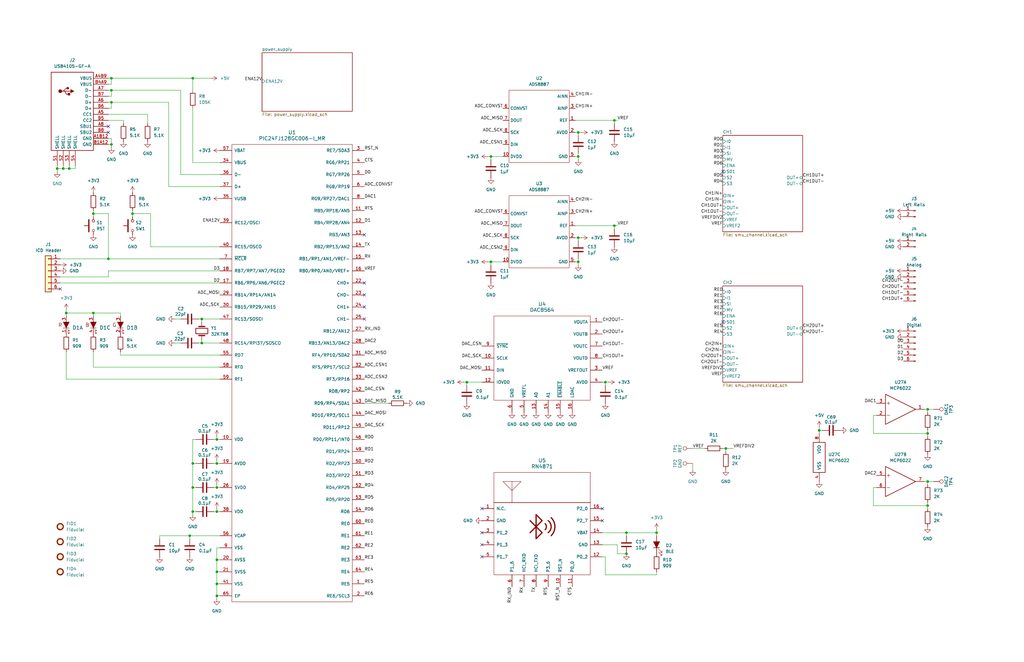
<source format=kicad_sch>
(kicad_sch (version 20231120) (generator "eeschema") (generator_version "8.0")
  (paper "USLedger")
  (title_block (title "SMU 2.0") (date "2025-05-29") (company "Olin College of Engineering"))
  (junction (at 391.16 213.36))
  (junction (at 46.99 60.96))
  (junction (at 259.08 95.25))
  (junction (at 345.44 181.61))
  (junction (at 264.16 233.68))
  (junction (at 91.44 185.42))
  (junction (at 91.44 246.38))
  (junction (at 91.44 236.22))
  (junction (at 276.86 224.79))
  (junction (at 259.08 50.8))
  (junction (at 91.44 215.9))
  (junction (at 24.13 71.12))
  (junction (at 46.99 43.18))
  (junction (at 45.72 109.22))
  (junction (at 81.28 195.58))
  (junction (at 39.37 90.17))
  (junction (at 91.44 205.74))
  (junction (at 91.44 195.58))
  (junction (at 81.28 33.02))
  (junction (at 81.28 205.74))
  (junction (at 91.44 251.46))
  (junction (at 391.16 182.88))
  (junction (at 243.84 66.04))
  (junction (at 391.16 203.2))
  (junction (at 255.27 161.29))
  (junction (at 91.44 241.3))
  (junction (at 46.99 38.1))
  (junction (at 39.37 132.08))
  (junction (at 27.94 132.08))
  (junction (at 207.01 110.49))
  (junction (at 26.67 71.12))
  (junction (at 391.16 172.72))
  (junction (at 85.09 144.78))
  (junction (at 81.28 215.9))
  (junction (at 55.88 90.17))
  (junction (at 196.85 161.29))
  (junction (at 243.84 100.33))
  (junction (at 243.84 55.88))
  (junction (at 46.99 33.02))
  (junction (at 207.01 66.04))
  (junction (at 264.16 224.79))
  (junction (at 85.09 134.62))
  (junction (at 29.21 71.12))
  (junction (at 306.07 189.23))
  (junction (at 243.84 110.49))
  (junction (at 80.01 226.06))
  (no_connect (at 45.72 53.34))
  (no_connect (at 304.8 72.39))
  (no_connect (at 203.2 224.79))
  (no_connect (at 153.67 119.38))
  (no_connect (at 153.67 99.06))
  (no_connect (at 153.67 134.62))
  (no_connect (at 254 214.63))
  (no_connect (at 25.4 121.92))
  (no_connect (at 153.67 129.54))
  (no_connect (at 203.2 214.63))
  (no_connect (at 153.67 124.46))
  (no_connect (at 304.8 135.89))
  (no_connect (at 203.2 229.87))
  (no_connect (at 254 219.71))
  (no_connect (at 203.2 234.95))
  (no_connect (at 45.72 55.88))
  (wire (pts (xy 45.72 50.8) (xy 52.07 50.8)))
  (wire (pts (xy 91.44 236.22) (xy 92.71 236.22)))
  (wire (pts (xy 91.44 214.63) (xy 91.44 215.9)))
  (wire (pts (xy 369.57 175.26) (xy 368.3 175.26)))
  (wire (pts (xy 91.44 241.3) (xy 91.44 246.38)))
  (wire (pts (xy 67.31 227.33) (xy 67.31 226.06)))
  (wire (pts (xy 391.16 213.36) (xy 391.16 214.63)))
  (wire (pts (xy 243.84 100.33) (xy 243.84 101.6)))
  (wire (pts (xy 46.99 33.02) (xy 45.72 33.02)))
  (wire (pts (xy 255.27 161.29) (xy 256.54 161.29)))
  (wire (pts (xy 91.44 236.22) (xy 91.44 241.3)))
  (wire (pts (xy 91.44 194.31) (xy 91.44 195.58)))
  (wire (pts (xy 46.99 40.64) (xy 46.99 38.1)))
  (wire (pts (xy 27.94 148.59) (xy 27.94 160.02)))
  (wire (pts (xy 27.94 160.02) (xy 92.71 160.02)))
  (wire (pts (xy 46.99 60.96) (xy 46.99 62.23)))
  (wire (pts (xy 83.82 144.78) (xy 85.09 144.78)))
  (wire (pts (xy 276.86 224.79) (xy 276.86 226.06)))
  (wire (pts (xy 76.2 73.66) (xy 92.71 73.66)))
  (wire (pts (xy 255.27 234.95) (xy 255.27 242.57)))
  (wire (pts (xy 39.37 132.08) (xy 39.37 133.35)))
  (wire (pts (xy 81.28 185.42) (xy 81.28 195.58)))
  (wire (pts (xy 45.72 116.84) (xy 25.4 116.84)))
  (wire (pts (xy 46.99 58.42) (xy 46.99 60.96)))
  (wire (pts (xy 45.72 38.1) (xy 46.99 38.1)))
  (wire (pts (xy 242.57 66.04) (xy 243.84 66.04)))
  (wire (pts (xy 205.74 66.04) (xy 207.01 66.04)))
  (wire (pts (xy 46.99 35.56) (xy 46.99 33.02)))
  (wire (pts (xy 63.5 90.17) (xy 63.5 104.14)))
  (wire (pts (xy 91.44 184.15) (xy 91.44 185.42)))
  (wire (pts (xy 45.72 35.56) (xy 46.99 35.56)))
  (wire (pts (xy 81.28 33.02) (xy 81.28 38.1)))
  (wire (pts (xy 391.16 182.88) (xy 391.16 184.15)))
  (wire (pts (xy 91.44 215.9) (xy 92.71 215.9)))
  (wire (pts (xy 304.8 189.23) (xy 306.07 189.23)))
  (wire (pts (xy 243.84 55.88) (xy 245.11 55.88)))
  (wire (pts (xy 91.44 246.38) (xy 92.71 246.38)))
  (wire (pts (xy 242.57 100.33) (xy 243.84 100.33)))
  (wire (pts (xy 26.67 71.12) (xy 24.13 71.12)))
  (wire (pts (xy 260.35 233.68) (xy 260.35 229.87)))
  (wire (pts (xy 242.57 95.25) (xy 259.08 95.25)))
  (wire (pts (xy 243.84 66.04) (xy 243.84 67.31)))
  (wire (pts (xy 276.86 223.52) (xy 276.86 224.79)))
  (wire (pts (xy 254 161.29) (xy 255.27 161.29)))
  (wire (pts (xy 31.75 69.85) (xy 31.75 71.12)))
  (wire (pts (xy 81.28 205.74) (xy 82.55 205.74)))
  (wire (pts (xy 91.44 251.46) (xy 91.44 252.73)))
  (wire (pts (xy 55.88 90.17) (xy 63.5 90.17)))
  (wire (pts (xy 242.57 110.49) (xy 243.84 110.49)))
  (wire (pts (xy 264.16 224.79) (xy 276.86 224.79)))
  (wire (pts (xy 62.23 48.26) (xy 62.23 52.07)))
  (wire (pts (xy 259.08 50.8) (xy 260.35 50.8)))
  (wire (pts (xy 207.01 110.49) (xy 207.01 111.76)))
  (wire (pts (xy 25.4 119.38) (xy 92.71 119.38)))
  (wire (pts (xy 92.71 114.3) (xy 45.72 114.3)))
  (wire (pts (xy 31.75 71.12) (xy 29.21 71.12)))
  (wire (pts (xy 243.84 55.88) (xy 243.84 57.15)))
  (wire (pts (xy 46.99 45.72) (xy 46.99 43.18)))
  (wire (pts (xy 63.5 104.14) (xy 92.71 104.14)))
  (wire (pts (xy 71.12 78.74) (xy 92.71 78.74)))
  (wire (pts (xy 91.44 195.58) (xy 92.71 195.58)))
  (wire (pts (xy 50.8 133.35) (xy 50.8 132.08)))
  (wire (pts (xy 292.1 189.23) (xy 297.18 189.23)))
  (wire (pts (xy 205.74 110.49) (xy 207.01 110.49)))
  (wire (pts (xy 243.84 64.77) (xy 243.84 66.04)))
  (wire (pts (xy 264.16 224.79) (xy 264.16 226.06)))
  (wire (pts (xy 264.16 233.68) (xy 260.35 233.68)))
  (wire (pts (xy 39.37 132.08) (xy 27.94 132.08)))
  (wire (pts (xy 39.37 90.17) (xy 39.37 91.44)))
  (wire (pts (xy 243.84 100.33) (xy 245.11 100.33)))
  (wire (pts (xy 242.57 55.88) (xy 243.84 55.88)))
  (wire (pts (xy 254 234.95) (xy 255.27 234.95)))
  (wire (pts (xy 345.44 180.34) (xy 345.44 181.61)))
  (wire (pts (xy 391.16 172.72) (xy 391.16 173.99)))
  (wire (pts (xy 45.72 109.22) (xy 92.71 109.22)))
  (wire (pts (xy 391.16 203.2) (xy 391.16 204.47)))
  (wire (pts (xy 71.12 43.18) (xy 71.12 78.74)))
  (wire (pts (xy 25.4 109.22) (xy 45.72 109.22)))
  (wire (pts (xy 345.44 182.88) (xy 345.44 181.61)))
  (wire (pts (xy 207.01 66.04) (xy 212.09 66.04)))
  (wire (pts (xy 368.3 205.74) (xy 369.57 205.74)))
  (wire (pts (xy 195.58 161.29) (xy 196.85 161.29)))
  (wire (pts (xy 345.44 181.61) (xy 346.71 181.61)))
  (wire (pts (xy 368.3 213.36) (xy 391.16 213.36)))
  (wire (pts (xy 91.44 185.42) (xy 92.71 185.42)))
  (wire (pts (xy 81.28 215.9) (xy 81.28 217.17)))
  (wire (pts (xy 207.01 110.49) (xy 212.09 110.49)))
  (wire (pts (xy 255.27 161.29) (xy 255.27 162.56)))
  (wire (pts (xy 27.94 132.08) (xy 27.94 133.35)))
  (wire (pts (xy 81.28 205.74) (xy 81.28 215.9)))
  (wire (pts (xy 82.55 185.42) (xy 81.28 185.42)))
  (wire (pts (xy 45.72 48.26) (xy 62.23 48.26)))
  (wire (pts (xy 81.28 195.58) (xy 82.55 195.58)))
  (wire (pts (xy 45.72 40.64) (xy 46.99 40.64)))
  (wire (pts (xy 91.44 205.74) (xy 92.71 205.74)))
  (wire (pts (xy 389.89 203.2) (xy 391.16 203.2)))
  (wire (pts (xy 24.13 69.85) (xy 24.13 71.12)))
  (wire (pts (xy 46.99 38.1) (xy 76.2 38.1)))
  (wire (pts (xy 39.37 148.59) (xy 39.37 154.94)))
  (wire (pts (xy 80.01 226.06) (xy 92.71 226.06)))
  (wire (pts (xy 259.08 95.25) (xy 260.35 95.25)))
  (wire (pts (xy 196.85 161.29) (xy 196.85 162.56)))
  (wire (pts (xy 90.17 185.42) (xy 91.44 185.42)))
  (wire (pts (xy 243.84 110.49) (xy 243.84 111.76)))
  (wire (pts (xy 207.01 66.04) (xy 207.01 67.31)))
  (wire (pts (xy 368.3 175.26) (xy 368.3 182.88)))
  (wire (pts (xy 391.16 212.09) (xy 391.16 213.36)))
  (wire (pts (xy 90.17 195.58) (xy 91.44 195.58)))
  (wire (pts (xy 29.21 69.85) (xy 29.21 71.12)))
  (wire (pts (xy 203.2 161.29) (xy 196.85 161.29)))
  (wire (pts (xy 76.2 38.1) (xy 76.2 73.66)))
  (wire (pts (xy 85.09 134.62) (xy 92.71 134.62)))
  (wire (pts (xy 85.09 143.51) (xy 85.09 144.78)))
  (wire (pts (xy 91.44 231.14) (xy 91.44 236.22)))
  (wire (pts (xy 45.72 90.17) (xy 45.72 109.22)))
  (wire (pts (xy 259.08 50.8) (xy 259.08 52.07)))
  (wire (pts (xy 254 224.79) (xy 264.16 224.79)))
  (wire (pts (xy 292.1 195.58) (xy 292.1 198.12)))
  (wire (pts (xy 81.28 215.9) (xy 82.55 215.9)))
  (wire (pts (xy 368.3 182.88) (xy 391.16 182.88)))
  (wire (pts (xy 92.71 231.14) (xy 91.44 231.14)))
  (wire (pts (xy 39.37 90.17) (xy 45.72 90.17)))
  (wire (pts (xy 26.67 69.85) (xy 26.67 71.12)))
  (wire (pts (xy 153.67 170.18) (xy 163.83 170.18)))
  (wire (pts (xy 242.57 50.8) (xy 259.08 50.8)))
  (wire (pts (xy 45.72 60.96) (xy 46.99 60.96)))
  (wire (pts (xy 67.31 226.06) (xy 80.01 226.06)))
  (wire (pts (xy 81.28 195.58) (xy 81.28 205.74)))
  (wire (pts (xy 255.27 242.57) (xy 276.86 242.57)))
  (wire (pts (xy 80.01 226.06) (xy 80.01 227.33)))
  (wire (pts (xy 73.66 144.78) (xy 76.2 144.78)))
  (wire (pts (xy 73.66 134.62) (xy 76.2 134.62)))
  (wire (pts (xy 90.17 215.9) (xy 91.44 215.9)))
  (wire (pts (xy 306.07 189.23) (xy 309.245 189.23)))
  (wire (pts (xy 91.44 241.3) (xy 92.71 241.3)))
  (wire (pts (xy 276.86 241.3) (xy 276.86 242.57)))
  (wire (pts (xy 391.16 172.72) (xy 393.7 172.72)))
  (wire (pts (xy 39.37 88.9) (xy 39.37 90.17)))
  (wire (pts (xy 91.44 246.38) (xy 91.44 251.46)))
  (wire (pts (xy 50.8 132.08) (xy 39.37 132.08)))
  (wire (pts (xy 45.72 114.3) (xy 45.72 116.84)))
  (wire (pts (xy 46.99 43.18) (xy 71.12 43.18)))
  (wire (pts (xy 39.37 154.94) (xy 92.71 154.94)))
  (wire (pts (xy 45.72 45.72) (xy 46.99 45.72)))
  (wire (pts (xy 29.21 71.12) (xy 26.67 71.12)))
  (wire (pts (xy 52.07 50.8) (xy 52.07 52.07)))
  (wire (pts (xy 46.99 33.02) (xy 81.28 33.02)))
  (wire (pts (xy 24.13 71.12) (xy 24.13 72.39)))
  (wire (pts (xy 391.16 182.88) (xy 391.16 181.61)))
  (wire (pts (xy 50.8 148.59) (xy 50.8 149.86)))
  (wire (pts (xy 81.28 33.02) (xy 88.9 33.02)))
  (wire (pts (xy 243.84 109.22) (xy 243.84 110.49)))
  (wire (pts (xy 50.8 149.86) (xy 92.71 149.86)))
  (wire (pts (xy 81.28 45.72) (xy 81.28 68.58)))
  (wire (pts (xy 85.09 144.78) (xy 92.71 144.78)))
  (wire (pts (xy 91.44 204.47) (xy 91.44 205.74)))
  (wire (pts (xy 306.07 189.23) (xy 306.07 190.5)))
  (wire (pts (xy 92.71 68.58) (xy 81.28 68.58)))
  (wire (pts (xy 91.44 251.46) (xy 92.71 251.46)))
  (wire (pts (xy 391.16 203.2) (xy 393.7 203.2)))
  (wire (pts (xy 85.09 134.62) (xy 85.09 135.89)))
  (wire (pts (xy 27.94 130.81) (xy 27.94 132.08)))
  (wire (pts (xy 90.17 205.74) (xy 91.44 205.74)))
  (wire (pts (xy 259.08 95.25) (xy 259.08 96.52)))
  (wire (pts (xy 260.35 229.87) (xy 254 229.87)))
  (wire (pts (xy 45.72 58.42) (xy 46.99 58.42)))
  (wire (pts (xy 46.99 43.18) (xy 45.72 43.18)))
  (wire (pts (xy 368.3 205.74) (xy 368.3 213.36)))
  (wire (pts (xy 83.82 134.62) (xy 85.09 134.62)))
  (wire (pts (xy 389.89 172.72) (xy 391.16 172.72)))
  (wire (pts (xy 55.88 88.9) (xy 55.88 90.17)))
  (wire (pts (xy 55.88 90.17) (xy 55.88 91.44)))
  (label "CH1DUT+" (at 338.455 74.93 0))
  (label "RD2" (at 304.8 67.31 180))
  (label "RD5" (at 153.67 210.82 0))
  (label "VREF" (at 304.8 95.25 180))
  (label "ADC_CSN2" (at 212.09 105.41 180))
  (label "CH1IN+" (at 304.8 82.55 180))
  (label "D2" (at 92.71 119.38 180))
  (label "CH2IN-" (at 242.57 85.09 0))
  (label "DAC2" (at 153.67 144.78 0))
  (label "ADC_SCK" (at 212.09 55.88 180))
  (label "RE1" (at 304.8 125.73 180))
  (label "RD3" (at 304.8 64.77 180))
  (label "DAC_CSN" (at 203.2 146.05 180))
  (label "RE4" (at 304.8 140.97 180))
  (label "ADC_CONVST" (at 153.67 78.74 0))
  (label "CH1OUT-" (at 304.8 90.17 180))
  (label "CH1DUT+" (at 381 127 180))
  (label "CH2DUT+" (at 381 121.92 180))
  (label "ADC_CSN1" (at 212.09 60.96 180))
  (label "DAC_MOSI" (at 153.67 175.26 0))
  (label "CH2DUT+" (at 338.455 138.43 0))
  (label "DAC_SCK" (at 153.67 180.34 0))
  (label "CH2DUT-" (at 338.455 140.97 0))
  (label "RE2" (at 304.8 130.81 180))
  (label "ADC_CSN2" (at 153.67 160.02 0))
  (label "CH1IN+" (at 242.57 45.72 0))
  (label "RD5" (at 304.8 74.93 180))
  (label "VREF" (at 260.35 95.25 0))
  (label "ADC_MOSI" (at 92.71 124.46 180))
  (label "RD3" (at 153.67 200.66 0))
  (label "ADC_SCK" (at 92.71 129.54 180))
  (label "VREF" (at 254 156.21 0))
  (label "D3" (at 381 152.4 180))
  (label "DAC2" (at 369.57 200.66 180))
  (label "ADC_MISO" (at 153.67 149.86 0))
  (label "VREF" (at 292.1 189.23 0))
  (label "RST_N" (at 153.67 63.5 0))
  (label "CH2IN-" (at 304.8 148.59 180))
  (label "DAC_SCK" (at 203.2 151.13 180))
  (label "CH1IN-" (at 304.8 85.09 180))
  (label "RX" (at 220.98 247.65 270))
  (label "CH1DUT-" (at 381 124.46 180))
  (label "ADC_SCK" (at 212.09 100.33 180))
  (label "CH1OUT-" (at 254 146.05 0))
  (label "RX" (at 153.67 109.22 0))
  (label "RD6" (at 304.8 69.85 180))
  (label "RD4" (at 304.8 77.47 180))
  (label "TX" (at 226.06 247.65 270))
  (label "ENA12V" (at 110.49 34.29 180))
  (label "DAC_MOSI" (at 203.2 156.21 180))
  (label "RE3" (at 304.8 128.27 180))
  (label "D1" (at 153.67 93.98 0))
  (label "RTS" (at 153.67 88.9 0))
  (label "CH1DUT-" (at 338.455 77.47 0))
  (label "DAC1" (at 369.57 170.18 180))
  (label "CTS" (at 241.3 247.65 270))
  (label "CH2OUT+" (at 254 140.97 0))
  (label "CH2IN+" (at 242.57 90.17 0))
  (label "D2" (at 381 149.86 180))
  (label "ADC_CONVST" (at 212.09 90.17 180))
  (label "TX" (at 153.67 104.14 0))
  (label "RE0" (at 304.8 123.19 180))
  (label "ADC_MISO" (at 212.09 50.8 180))
  (label "RE0" (at 153.67 220.98 0))
  (label "VREFDIV2" (at 304.8 92.71 180))
  (label "ADC_CONVST" (at 212.09 45.72 180))
  (label "CTS" (at 153.67 68.58 0))
  (label "RE5" (at 153.67 246.38 0))
  (label "DAC1" (at 153.67 83.82 0))
  (label "RTS" (at 231.14 247.65 270))
  (label "RE1" (at 153.67 226.06 0))
  (label "D1" (at 381 147.32 180))
  (label "VREF" (at 304.8 158.75 180))
  (label "RE2" (at 153.67 231.14 0))
  (label "CH1OUT+" (at 304.8 87.63 180))
  (label "ADC_CSN1" (at 153.67 154.94 0))
  (label "RD0" (at 153.67 185.42 0))
  (label "RE6" (at 153.67 251.46 0))
  (label "RE6" (at 304.8 133.35 180))
  (label "RE3" (at 153.67 236.22 0))
  (label "RX_IND" (at 153.67 139.7 0))
  (label "CH2DUT-" (at 381 119.38 180))
  (label "RD1" (at 304.8 62.23 180))
  (label "CH2OUT-" (at 254 135.89 0))
  (label "RD2" (at 153.67 195.58 0))
  (label "DAC_MISO" (at 153.67 170.18 0))
  (label "RD0" (at 304.8 59.69 180))
  (label "RE4" (at 153.67 241.3 0))
  (label "D0" (at 381 144.78 180))
  (label "RX_IND" (at 215.9 247.65 270))
  (label "VREF" (at 153.67 114.3 0))
  (label "ENA12V" (at 92.71 93.98 180))
  (label "CH1IN-" (at 242.57 40.64 0))
  (label "VREFDIV2" (at 309.245 189.23 0))
  (label "VREF" (at 260.35 50.8 0))
  (label "D0" (at 153.67 73.66 0))
  (label "RST_N" (at 236.22 247.65 270))
  (label "CH2IN+" (at 304.8 146.05 180))
  (label "CH2OUT-" (at 304.8 153.67 180))
  (label "RD4" (at 153.67 205.74 0))
  (label "RD6" (at 153.67 215.9 0))
  (label "VREFDIV2" (at 304.8 156.21 180))
  (label "RD1" (at 153.67 190.5 0))
  (label "CH2OUT+" (at 304.8 151.13 180))
  (label "ADC_MISO" (at 212.09 95.25 180))
  (label "D3" (at 92.71 114.3 180))
  (label "RE5" (at 304.8 138.43 180))
  (label "CH1OUT+" (at 254 151.13 0))
  (label "DAC_CSN" (at 153.67 165.1 0))
  (symbol (lib_id "Device:R") (at 39.37 144.78 0) (unit 1)
    (property "Reference" "R3" (at 41.91 143.5099 0) (effects (justify left)))
    (property "Value" "909" (at 41.91 146.0499 0) (effects (justify left)))
    (property "Footprint" "Resistor_SMD:R_0603_1608Metric" (effects (hide yes)))
    (property "Description" "Resistor" (effects (hide yes)))
  )
  (symbol (lib_name "GND_11") (lib_id "power:GND") (at 241.3 173.99 0) (unit 1)
    (property "Reference" "#PWR038" (effects (hide yes)))
    (property "Value" "GND" (at 241.3 179.07 0))
    (property "Description" "Power symbol creates a global label with name \"GND\" , ground" (effects (hide yes)))
  )
  (symbol (lib_id "Device:Crystal") (at 85.09 139.7 90) (unit 1)
    (property "Reference" "Y1" (at 88.9 138.4299 90) (effects (justify right)))
    (property "Value" "32K768" (at 88.9 140.9699 90) (effects (justify right)))
    (property "Footprint" "Crystal:Crystal_SMD_2012-2Pin_2.0x1.2mm" (effects (hide yes)))
    (property "Description" "Two pin crystal" (effects (hide yes)))
  )
  (symbol (lib_id "Device:C") (at 243.84 105.41 0) (unit 1)
    (property "Reference" "C13" (at 247.65 104.1399 0) (effects (justify left)))
    (property "Value" "1µF" (at 247.65 106.6799 0) (effects (justify left)))
    (property "Footprint" "Capacitor_SMD:C_0603_1608Metric" (effects (hide yes)))
    (property "Description" "Unpolarized capacitor" (effects (hide yes)))
  )
  (symbol (lib_name "GND_11") (lib_id "power:GND") (at 231.14 173.99 0) (unit 1)
    (property "Reference" "#PWR036" (effects (hide yes)))
    (property "Value" "GND" (at 231.14 179.07 0))
    (property "Description" "Power symbol creates a global label with name \"GND\" , ground" (effects (hide yes)))
  )
  (symbol (lib_name "GND_8") (lib_id "power:GND") (at 171.45 170.18 90) (unit 1)
    (property "Reference" "#PWR025" (effects (hide yes)))
    (property "Value" "GND" (at 175.26 170.1799 90) (effects (justify right)))
    (property "Description" "Power symbol creates a global label with name \"GND\" , ground" (effects (hide yes)))
  )
  (symbol (lib_name "GND_7") (lib_id "power:GND") (at 196.85 170.18 0) (unit 1)
    (property "Reference" "#PWR027" (effects (hide yes)))
    (property "Value" "GND" (at 196.85 175.26 0))
    (property "Description" "Power symbol creates a global label with name \"GND\" , ground" (effects (hide yes)))
  )
  (symbol (lib_name "GND_11") (lib_id "power:GND") (at 215.9 173.99 0) (unit 1)
    (property "Reference" "#PWR033" (effects (hide yes)))
    (property "Value" "GND" (at 215.9 179.07 0))
    (property "Description" "Power symbol creates a global label with name \"GND\" , ground" (effects (hide yes)))
  )
  (symbol (lib_name "GND_5") (lib_id "power:GND") (at 39.37 99.06 0) (unit 1)
    (property "Reference" "#PWR06" (effects (hide yes)))
    (property "Value" "GND" (at 39.37 104.14 0))
    (property "Description" "Power symbol creates a global label with name \"GND\" , ground" (effects (hide yes)))
  )
  (symbol (lib_name "+3V3_2") (lib_id "power:+3V3") (at 92.71 63.5 90) (unit 1)
    (property "Reference" "#PWR023" (effects (hide yes)))
    (property "Value" "+3V3" (at 88.9 63.4999 90) (effects (justify left)))
    (property "Description" "Power symbol creates a global label with name \"+3V3\"" (effects (hide yes)))
  )
  (symbol (lib_name "GND_7") (lib_id "power:GND") (at 91.44 252.73 0) (unit 1)
    (property "Reference" "#PWR022" (effects (hide yes)))
    (property "Value" "GND" (at 91.44 257.81 0))
    (property "Description" "Power symbol creates a global label with name \"GND\" , ground" (effects (hide yes)))
  )
  (symbol (lib_name "GND_7") (lib_id "power:GND") (at 207.01 119.38 0) (unit 1)
    (property "Reference" "#PWR032" (effects (hide yes)))
    (property "Value" "GND" (at 207.01 124.46 0))
    (property "Description" "Power symbol creates a global label with name \"GND\" , ground" (effects (hide yes)))
  )
  (symbol (lib_id "Device:R") (at 167.64 170.18 90) (unit 1)
    (property "Reference" "R9" (at 167.64 165.354 90))
    (property "Value" "5.1K" (at 167.64 167.64 90))
    (property "Footprint" "Resistor_SMD:R_0603_1608Metric" (effects (hide yes)))
    (property "Description" "Resistor" (effects (hide yes)))
  )
  (symbol (lib_name "GND_7") (lib_id "power:GND") (at 81.28 217.17 0) (unit 1)
    (property "Reference" "#PWR016" (effects (hide yes)))
    (property "Value" "GND" (at 81.28 222.25 0))
    (property "Description" "Power symbol creates a global label with name \"GND\" , ground" (effects (hide yes)))
  )
  (symbol (lib_name "+3V3_1") (lib_id "power:+3V3") (at 27.94 130.81 0) (unit 1)
    (property "Reference" "#PWR04" (effects (hide yes)))
    (property "Value" "+3V3" (at 27.94 125.73 0))
    (property "Description" "Power symbol creates a global label with name \"+3V3\"" (effects (hide yes)))
  )
  (symbol (lib_name "GND_7") (lib_id "power:GND") (at 80.01 234.95 0) (unit 1)
    (property "Reference" "#PWR015" (effects (hide yes)))
    (property "Value" "GND" (at 80.01 240.03 0))
    (property "Description" "Power symbol creates a global label with name \"GND\" , ground" (effects (hide yes)))
  )
  (symbol (lib_id "Eclectronics:USB4105-GF-A") (at 30.48 46.99 0) (unit 1)
    (property "Reference" "J2" (at 30.48 25.4 0))
    (property "Value" "USB4105-GF-A" (at 30.48 27.94 0))
    (property "Footprint" "Eclectronics:USB4105-GF-A" (effects (hide yes)))
  )
  (symbol (lib_id "Device:C") (at 264.16 229.87 0) (unit 1)
    (property "Reference" "C17" (at 267.97 228.5999 0) (effects (justify left)))
    (property "Value" "10µF" (at 267.97 231.1399 0) (effects (justify left)))
    (property "Footprint" "Capacitor_SMD:C_0603_1608Metric" (effects (hide yes)))
    (property "Description" "Unpolarized capacitor" (effects (hide yes)))
  )
  (symbol (lib_id "power:GND") (at 306.07 198.12 0) (unit 1)
    (property "Reference" "#PWR050" (effects (hide yes)))
    (property "Value" "GND" (at 306.07 203.2 0))
  )
  (symbol (lib_id "Device:C") (at 350.52 181.61 90) (unit 1)
    (property "Reference" "C69" (at 350.52 176.022 90))
    (property "Value" "0.1µF" (at 350.52 178.054 90))
    (property "Footprint" "Capacitor_SMD:C_0603_1608Metric" (effects (hide yes)))
    (property "Description" "Unpolarized capacitor" (effects (hide yes)))
  )
  (symbol (lib_id "Connector:TestPoint") (at 292.1 189.23 90) (unit 1)
    (property "Reference" "TP1" (at 284.734 189.23 0))
    (property "Value" "REF" (at 286.766 189.23 0))
    (property "Footprint" "TestPoint:TestPoint_THTPad_D1.5mm_Drill0.7mm" (effects (hide yes)))
    (property "Description" "test point" (effects (hide yes)))
  )
  (symbol (lib_name "GND_9") (lib_id "power:GND") (at 203.2 219.71 270) (unit 1)
    (property "Reference" "#PWR028" (effects (hide yes)))
    (property "Value" "GND" (at 199.39 219.7099 90) (effects (justify right)))
    (property "Description" "Power symbol creates a global label with name \"GND\" , ground" (effects (hide yes)))
  )
  (symbol (lib_name "+3V3_5") (lib_id "power:+3V3") (at 91.44 214.63 0) (unit 1)
    (property "Reference" "#PWR021" (effects (hide yes)))
    (property "Value" "+3V3" (at 91.44 209.55 0))
    (property "Description" "Power symbol creates a global label with name \"+3V3\"" (effects (hide yes)))
  )
  (symbol (lib_id "Mechanical:Fiducial") (at 25.4 234.95 0) (unit 1) (exclude_from_sim yes) (in_bom no)
    (property "Reference" "FID3" (at 27.94 233.6799 0) (effects (justify left)))
    (property "Value" "Fiducial" (at 27.94 236.2199 0) (effects (justify left)))
    (property "Footprint" "Fiducial:Fiducial_1mm_Mask2mm" (effects (hide yes)))
    (property "Description" "Fiducial Marker" (effects (hide yes)))
  )
  (symbol (lib_name "+3V3_7") (lib_id "power:+3V3") (at 245.11 55.88 270) (unit 1)
    (property "Reference" "#PWR041" (effects (hide yes)))
    (property "Value" "+3V3" (at 248.92 55.8799 90) (effects (justify left)))
    (property "Description" "Power symbol creates a global label with name \"+3V3\"" (effects (hide yes)))
  )
  (symbol (lib_id "Eclectronics:PIC24FJ128GC006-I_MR") (at 123.19 157.48 0) (unit 1)
    (property "Reference" "U1" (at 123.19 55.88 0) (effects (font (size 1.524 1.524))))
    (property "Value" "PIC24FJ128GC006-I_MR" (at 123.19 58.42 0) (effects (font (size 1.524 1.524))))
    (property "Footprint" "Eclectronics:pic24fj128gc006_1" (effects (hide yes)))
  )
  (symbol (lib_id "power:+5V") (at 345.44 180.34 0) (unit 1)
    (property "Reference" "#PWR176" (effects (hide yes)))
    (property "Value" "+5V" (at 345.44 175.26 0))
    (property "Description" "Power symbol creates a global label with name \"+5V\"" (effects (hide yes)))
  )
  (symbol (lib_id "Device:C") (at 196.85 166.37 0) (unit 1)
    (property "Reference" "C9" (at 200.66 165.0999 0) (effects (justify left)))
    (property "Value" "0.1µF" (at 200.66 167.6399 0) (effects (justify left)))
    (property "Footprint" "Capacitor_SMD:C_0603_1608Metric" (effects (hide yes)))
    (property "Description" "Unpolarized capacitor" (effects (hide yes)))
  )
  (symbol (lib_name "GND_7") (lib_id "power:GND") (at 243.84 67.31 0) (unit 1)
    (property "Reference" "#PWR039" (effects (hide yes)))
    (property "Value" "GND" (at 243.84 72.39 0))
    (property "Description" "Power symbol creates a global label with name \"GND\" , ground" (effects (hide yes)))
  )
  (symbol (lib_id "Device:C") (at 243.84 60.96 0) (unit 1)
    (property "Reference" "C12" (at 247.65 59.6899 0) (effects (justify left)))
    (property "Value" "1µF" (at 247.65 62.2299 0) (effects (justify left)))
    (property "Footprint" "Capacitor_SMD:C_0603_1608Metric" (effects (hide yes)))
    (property "Description" "Unpolarized capacitor" (effects (hide yes)))
  )
  (symbol (lib_name "GND_7") (lib_id "power:GND") (at 259.08 59.69 0) (unit 1)
    (property "Reference" "#PWR045" (effects (hide yes)))
    (property "Value" "GND" (at 259.08 64.77 0))
    (property "Description" "Power symbol creates a global label with name \"GND\" , ground" (effects (hide yes)))
  )
  (symbol (lib_name "+3V3_7") (lib_id "power:+3V3") (at 245.11 100.33 270) (unit 1)
    (property "Reference" "#PWR042" (effects (hide yes)))
    (property "Value" "+3V3" (at 248.92 100.3299 90) (effects (justify left)))
    (property "Description" "Power symbol creates a global label with name \"+3V3\"" (effects (hide yes)))
  )
  (symbol (lib_id "Eclectronics:ADS8887") (at 227.33 97.79 0) (unit 1)
    (property "Reference" "U3" (at 227.33 77.47 0))
    (property "Value" "ADS8887" (at 227.33 80.01 0))
    (property "Footprint" "Package_SO:TSSOP-10_3x3mm_P0.5mm" (effects (hide yes)))
  )
  (symbol (lib_id "Eclectronics:IN-S85TATRGB_ALT") (at 27.94 137.16 0) (unit 1)
    (property "Reference" "D1" (at 30.48 138.3029 0) (effects (font (size 1.524 1.524)) (justify left)))
    (property "Value" "IN-S85TATRGB_ALT" (effects (hide yes)))
    (property "Footprint" "Eclectronics:IN-S85TATRGB" (effects (hide yes)))
  )
  (symbol (lib_id "power:+5V") (at 381 101.6 90) (unit 1)
    (property "Reference" "#PWR053" (effects (hide yes)))
    (property "Value" "+5V" (at 377.19 101.5999 90) (effects (justify left)))
    (property "Description" "Power symbol creates a global label with name \"+5V\"" (effects (hide yes)))
  )
  (symbol (lib_id "Eclectronics:IN-S85TATRGB_ALT") (at 39.37 137.16 0) (unit 3)
    (property "Reference" "D1" (at 41.91 138.3029 0) (effects (font (size 1.524 1.524)) (justify left)))
    (property "Value" "IN-S85TATRGB_ALT" (effects (hide yes)))
    (property "Footprint" "Eclectronics:IN-S85TATRGB" (effects (hide yes)))
  )
  (symbol (lib_name "GND_6") (lib_id "power:GND") (at 25.4 114.3 90) (unit 1)
    (property "Reference" "#PWR03" (effects (hide yes)))
    (property "Value" "GND" (at 29.21 114.2999 90) (effects (justify right)))
    (property "Description" "Power symbol creates a global label with name \"GND\" , ground" (effects (hide yes)))
  )
  (symbol (lib_id "Device:R") (at 52.07 55.88 0) (unit 1)
    (property "Reference" "R5" (at 54.61 54.6099 0) (effects (justify left)))
    (property "Value" "5.1K" (at 54.61 57.1499 0) (effects (justify left)))
    (property "Footprint" "Resistor_SMD:R_0603_1608Metric" (effects (hide yes)))
    (property "Description" "Resistor" (effects (hide yes)))
  )
  (symbol (lib_name "+3V3_7") (lib_id "power:+3V3") (at 205.74 66.04 90) (unit 1)
    (property "Reference" "#PWR029" (effects (hide yes)))
    (property "Value" "+3V3" (at 201.93 66.0399 90) (effects (justify left)))
    (property "Description" "Power symbol creates a global label with name \"+3V3\"" (effects (hide yes)))
  )
  (symbol (lib_id "Mechanical:Fiducial") (at 25.4 228.6 0) (unit 1) (exclude_from_sim yes) (in_bom no)
    (property "Reference" "FID2" (at 27.94 227.3299 0) (effects (justify left)))
    (property "Value" "Fiducial" (at 27.94 229.8699 0) (effects (justify left)))
    (property "Footprint" "Fiducial:Fiducial_1mm_Mask2mm" (effects (hide yes)))
    (property "Description" "Fiducial Marker" (effects (hide yes)))
  )
  (symbol (lib_name "+3V3_5") (lib_id "power:+3V3") (at 91.44 204.47 0) (unit 1)
    (property "Reference" "#PWR020" (effects (hide yes)))
    (property "Value" "+3V3" (at 91.44 199.39 0))
    (property "Description" "Power symbol creates a global label with name \"+3V3\"" (effects (hide yes)))
  )
  (symbol (lib_name "+3V3_3") (lib_id "power:+3V3") (at 55.88 81.28 0) (unit 1)
    (property "Reference" "#PWR09" (effects (hide yes)))
    (property "Value" "+3V3" (at 55.88 76.2 0))
    (property "Description" "Power symbol creates a global label with name \"+3V3\"" (effects (hide yes)))
  )
  (symbol (lib_name "GND_7") (lib_id "power:GND") (at 67.31 234.95 0) (unit 1)
    (property "Reference" "#PWR012" (effects (hide yes)))
    (property "Value" "GND" (at 67.31 240.03 0))
    (property "Description" "Power symbol creates a global label with name \"GND\" , ground" (effects (hide yes)))
  )
  (symbol (lib_id "Device:R") (at 276.86 237.49 0) (unit 1)
    (property "Reference" "R10" (at 279.4 236.2199 0) (effects (justify left)))
    (property "Value" "909" (at 279.4 238.7599 0) (effects (justify left)))
    (property "Footprint" "Resistor_SMD:R_0603_1608Metric" (effects (hide yes)))
    (property "Description" "Resistor" (effects (hide yes)))
  )
  (symbol (lib_name "GND_3") (lib_id "power:GND") (at 62.23 59.69 0) (unit 1)
    (property "Reference" "#PWR011" (effects (hide yes)))
    (property "Value" "GND" (at 62.23 64.77 0))
    (property "Description" "Power symbol creates a global label with name \"GND\" , ground" (effects (hide yes)))
  )
  (symbol (lib_id "Eclectronics:ADS8887") (at 227.33 53.34 0) (unit 1)
    (property "Reference" "U2" (at 227.33 33.02 0))
    (property "Value" "ADS8887" (at 227.33 35.56 0))
    (property "Footprint" "Package_SO:TSSOP-10_3x3mm_P0.5mm" (effects (hide yes)))
  )
  (symbol (lib_name "GND_10") (lib_id "power:GND") (at 264.16 233.68 0) (unit 1)
    (property "Reference" "#PWR047" (effects (hide yes)))
    (property "Value" "GND" (at 264.16 238.76 0))
    (property "Description" "Power symbol creates a global label with name \"GND\" , ground" (effects (hide yes)))
  )
  (symbol (lib_id "Connector:Conn_01x06_Pin") (at 386.08 144.78 0) (mirror y) (unit 1)
    (property "Reference" "J6" (at 385.445 134.62 0))
    (property "Value" "Digital" (at 385.445 137.16 0))
    (property "Footprint" "Connector_PinHeader_2.54mm:PinHeader_1x06_P2.54mm_Vertical" (effects (hide yes)))
    (property "Description" "Generic connector, single row, 01x06, script generated" (effects (hide yes)))
  )
  (symbol (lib_name "+3V3_5") (lib_id "power:+3V3") (at 91.44 184.15 0) (unit 1)
    (property "Reference" "#PWR018" (effects (hide yes)))
    (property "Value" "+3V3" (at 91.44 179.07 0))
    (property "Description" "Power symbol creates a global label with name \"+3V3\"" (effects (hide yes)))
  )
  (symbol (lib_name "+3V3_4") (lib_id "power:+3V3") (at 25.4 111.76 270) (unit 1)
    (property "Reference" "#PWR02" (effects (hide yes)))
    (property "Value" "+3V3" (at 29.21 111.7599 90) (effects (justify left)))
    (property "Description" "Power symbol creates a global label with name \"+3V3\"" (effects (hide yes)))
  )
  (symbol (lib_id "Device:R") (at 306.07 194.31 0) (unit 1)
    (property "Reference" "R12" (at 308.61 193.0399 0) (effects (justify left)))
    (property "Value" "2K" (at 308.61 195.5799 0) (effects (justify left)))
    (property "Footprint" "Resistor_SMD:R_0603_1608Metric" (effects (hide yes)))
  )
  (symbol (lib_name "GND_7") (lib_id "power:GND") (at 255.27 170.18 0) (unit 1)
    (property "Reference" "#PWR043" (effects (hide yes)))
    (property "Value" "GND" (at 255.27 175.26 0))
    (property "Description" "Power symbol creates a global label with name \"GND\" , ground" (effects (hide yes)))
  )
  (symbol (lib_name "+3V3_7") (lib_id "power:+3V3") (at 195.58 161.29 90) (unit 1)
    (property "Reference" "#PWR026" (effects (hide yes)))
    (property "Value" "+3V3" (at 191.77 161.2899 90) (effects (justify left)))
    (property "Description" "Power symbol creates a global label with name \"+3V3\"" (effects (hide yes)))
  )
  (symbol (lib_id "Device:R") (at 391.16 187.96 0) (unit 1)
    (property "Reference" "R72" (at 393.7 186.6899 0) (effects (justify left)))
    (property "Value" "2K" (at 393.7 189.2299 0) (effects (justify left)))
    (property "Footprint" "Resistor_SMD:R_0603_1608Metric" (effects (hide yes)))
  )
  (symbol (lib_id "Eclectronics:MCP6022") (at 378.46 172.72 0) (unit 1)
    (property "Reference" "U27" (at 379.73 161.29 0))
    (property "Value" "MCP6022" (at 379.73 163.83 0))
    (property "Footprint" "Package_SO:TSSOP-8_4.4x3mm_P0.65mm" (effects (hide yes)))
  )
  (symbol (lib_name "GND_12") (lib_id "power:GND") (at 381 116.84 270) (unit 1)
    (property "Reference" "#PWR056" (effects (hide yes)))
    (property "Value" "GND" (at 377.19 116.8399 90) (effects (justify right)))
    (property "Description" "Power symbol creates a global label with name \"GND\" , ground" (effects (hide yes)))
  )
  (symbol (lib_id "Connector:Conn_01x06_Pin") (at 386.08 119.38 0) (mirror y) (unit 1)
    (property "Reference" "J5" (at 385.445 109.22 0))
    (property "Value" "Analog" (at 385.445 111.76 0))
    (property "Footprint" "Connector_PinHeader_2.54mm:PinHeader_1x06_P2.54mm_Vertical" (effects (hide yes)))
    (property "Description" "Generic connector, single row, 01x06, script generated" (effects (hide yes)))
  )
  (symbol (lib_id "Eclectronics:MCP6022") (at 345.44 193.04 0) (unit 3)
    (property "Reference" "U27" (at 349.25 191.7699 0) (effects (justify left)))
    (property "Value" "MCP6022" (at 349.25 194.3099 0) (effects (justify left)))
    (property "Footprint" "Package_SO:TSSOP-8_4.4x3mm_P0.65mm" (effects (hide yes)))
  )
  (symbol (lib_name "+3V3_7") (lib_id "power:+3V3") (at 205.74 110.49 90) (unit 1)
    (property "Reference" "#PWR030" (effects (hide yes)))
    (property "Value" "+3V3" (at 201.93 110.4899 90) (effects (justify left)))
    (property "Description" "Power symbol creates a global label with name \"+3V3\"" (effects (hide yes)))
  )
  (symbol (lib_id "Device:C") (at 255.27 166.37 0) (unit 1)
    (property "Reference" "C14" (at 259.08 165.0999 0) (effects (justify left)))
    (property "Value" "0.1µF" (at 259.08 167.6399 0) (effects (justify left)))
    (property "Footprint" "Capacitor_SMD:C_0603_1608Metric" (effects (hide yes)))
    (property "Description" "Unpolarized capacitor" (effects (hide yes)))
  )
  (symbol (lib_id "Eclectronics:SW") (at 39.37 95.25 0) (unit 1)
    (property "Reference" "S1" (at 40.64 93.9799 0) (effects (justify left)))
    (property "Value" "RST" (at 40.64 96.5199 0) (effects (justify left)))
    (property "Footprint" "Eclectronics:KXT321LHS" (effects (hide yes)))
  )
  (symbol (lib_name "GND_11") (lib_id "power:GND") (at 220.98 173.99 0) (unit 1)
    (property "Reference" "#PWR034" (effects (hide yes)))
    (property "Value" "GND" (at 220.98 179.07 0))
    (property "Description" "Power symbol creates a global label with name \"GND\" , ground" (effects (hide yes)))
  )
  (symbol (lib_name "GND_7") (lib_id "power:GND") (at 243.84 111.76 0) (unit 1)
    (property "Reference" "#PWR040" (effects (hide yes)))
    (property "Value" "GND" (at 243.84 116.84 0))
    (property "Description" "Power symbol creates a global label with name \"GND\" , ground" (effects (hide yes)))
  )
  (symbol (lib_id "Device:R") (at 39.37 85.09 0) (unit 1)
    (property "Reference" "R2" (at 41.91 83.8199 0) (effects (justify left)))
    (property "Value" "5.1K" (at 41.91 86.3599 0) (effects (justify left)))
    (property "Footprint" "Resistor_SMD:R_0603_1608Metric" (effects (hide yes)))
    (property "Description" "Resistor" (effects (hide yes)))
  )
  (symbol (lib_name "GND_12") (lib_id "power:GND") (at 381 142.24 270) (unit 1)
    (property "Reference" "#PWR058" (effects (hide yes)))
    (property "Value" "GND" (at 377.19 142.2399 90) (effects (justify right)))
    (property "Description" "Power symbol creates a global label with name \"GND\" , ground" (effects (hide yes)))
  )
  (symbol (lib_id "Device:C") (at 67.31 231.14 0) (unit 1)
    (property "Reference" "C1" (at 71.12 229.8699 0) (effects (justify left)))
    (property "Value" "10µF" (at 71.12 232.4099 0) (effects (justify left)))
    (property "Footprint" "Capacitor_SMD:C_0603_1608Metric" (effects (hide yes)))
    (property "Description" "Unpolarized capacitor" (effects (hide yes)))
  )
  (symbol (lib_name "GND_13") (lib_id "power:GND") (at 391.16 191.77 0) (unit 1)
    (property "Reference" "#PWR178" (effects (hide yes)))
    (property "Value" "GND" (at 391.16 196.85 0))
    (property "Description" "Power symbol creates a global label with name \"GND\" , ground" (effects (hide yes)))
  )
  (symbol (lib_name "GND_5") (lib_id "power:GND") (at 55.88 99.06 0) (unit 1)
    (property "Reference" "#PWR010" (effects (hide yes)))
    (property "Value" "GND" (at 55.88 104.14 0))
    (property "Description" "Power symbol creates a global label with name \"GND\" , ground" (effects (hide yes)))
  )
  (symbol (lib_id "Eclectronics:MCP6022") (at 378.46 203.2 0) (unit 2)
    (property "Reference" "U27" (at 379.73 191.77 0))
    (property "Value" "MCP6022" (at 379.73 194.31 0))
    (property "Footprint" "Package_SO:TSSOP-8_4.4x3mm_P0.65mm" (effects (hide yes)))
  )
  (symbol (lib_name "GND_4") (lib_id "power:GND") (at 73.66 144.78 270) (unit 1)
    (property "Reference" "#PWR014" (effects (hide yes)))
    (property "Value" "GND" (at 69.85 144.7799 90) (effects (justify right)))
    (property "Description" "Power symbol creates a global label with name \"GND\" , ground" (effects (hide yes)))
  )
  (symbol (lib_name "GND_13") (lib_id "power:GND") (at 345.44 203.2 0) (unit 1)
    (property "Reference" "#PWR175" (effects (hide yes)))
    (property "Value" "GND" (at 345.44 208.28 0))
    (property "Description" "Power symbol creates a global label with name \"GND\" , ground" (effects (hide yes)))
  )
  (symbol (lib_id "Device:R") (at 55.88 85.09 0) (unit 1)
    (property "Reference" "R6" (at 58.42 83.8199 0) (effects (justify left)))
    (property "Value" "5.1K" (at 58.42 86.3599 0) (effects (justify left)))
    (property "Footprint" "Resistor_SMD:R_0603_1608Metric" (effects (hide yes)))
    (property "Description" "Resistor" (effects (hide yes)))
  )
  (symbol (lib_id "Device:C") (at 259.08 100.33 0) (unit 1)
    (property "Reference" "C16" (at 262.89 99.0599 0) (effects (justify left)))
    (property "Value" "10µF" (at 262.89 101.5999 0) (effects (justify left)))
    (property "Footprint" "Capacitor_SMD:C_0603_1608Metric" (effects (hide yes)))
    (property "Description" "Unpolarized capacitor" (effects (hide yes)))
  )
  (symbol (lib_id "Device:C") (at 86.36 215.9 90) (unit 1)
    (property "Reference" "C8" (at 86.36 210.312 90))
    (property "Value" "0.1µF" (at 86.36 212.344 90))
    (property "Footprint" "Capacitor_SMD:C_0603_1608Metric" (effects (hide yes)))
    (property "Description" "Unpolarized capacitor" (effects (hide yes)))
  )
  (symbol (lib_id "Device:R") (at 391.16 208.28 0) (unit 1)
    (property "Reference" "R73" (at 393.7 207.0099 0) (effects (justify left)))
    (property "Value" "2K" (at 393.7 209.5499 0) (effects (justify left)))
    (property "Footprint" "Resistor_SMD:R_0603_1608Metric" (effects (hide yes)))
  )
  (symbol (lib_name "GND_13") (lib_id "power:GND") (at 391.16 222.25 0) (unit 1)
    (property "Reference" "#PWR179" (effects (hide yes)))
    (property "Value" "GND" (at 391.16 227.33 0))
    (property "Description" "Power symbol creates a global label with name \"GND\" , ground" (effects (hide yes)))
  )
  (symbol (lib_name "+3V3_5") (lib_id "power:+3V3") (at 91.44 194.31 0) (unit 1)
    (property "Reference" "#PWR019" (effects (hide yes)))
    (property "Value" "+3V3" (at 91.44 189.23 0))
    (property "Description" "Power symbol creates a global label with name \"+3V3\"" (effects (hide yes)))
  )
  (symbol (lib_id "Connector:TestPoint") (at 292.1 195.58 90) (unit 1)
    (property "Reference" "TP2" (at 284.734 195.58 0))
    (property "Value" "GND" (at 286.766 195.58 0))
    (property "Footprint" "TestPoint:TestPoint_THTPad_D1.5mm_Drill0.7mm" (effects (hide yes)))
    (property "Description" "test point" (effects (hide yes)))
  )
  (symbol (lib_id "Device:C") (at 86.36 195.58 90) (unit 1)
    (property "Reference" "C6" (at 86.36 189.992 90))
    (property "Value" "0.1µF" (at 86.36 192.024 90))
    (property "Footprint" "Capacitor_SMD:C_0603_1608Metric" (effects (hide yes)))
    (property "Description" "Unpolarized capacitor" (effects (hide yes)))
  )
  (symbol (lib_id "Device:C") (at 80.01 231.14 0) (unit 1)
    (property "Reference" "C4" (at 83.82 229.8699 0) (effects (justify left)))
    (property "Value" "0.1µF" (at 83.82 232.4099 0) (effects (justify left)))
    (property "Footprint" "Capacitor_SMD:C_0603_1608Metric" (effects (hide yes)))
    (property "Description" "Unpolarized capacitor" (effects (hide yes)))
  )
  (symbol (lib_name "GND_12") (lib_id "power:GND") (at 381 91.44 270) (unit 1)
    (property "Reference" "#PWR052" (effects (hide yes)))
    (property "Value" "GND" (at 377.19 91.4399 90) (effects (justify right)))
    (property "Description" "Power symbol creates a global label with name \"GND\" , ground" (effects (hide yes)))
  )
  (symbol (lib_name "GND_12") (lib_id "power:GND") (at 381 104.14 270) (unit 1)
    (property "Reference" "#PWR054" (effects (hide yes)))
    (property "Value" "GND" (at 377.19 104.1399 90) (effects (justify right)))
    (property "Description" "Power symbol creates a global label with name \"GND\" , ground" (effects (hide yes)))
  )
  (symbol (lib_name "GND_3") (lib_id "power:GND") (at 52.07 59.69 0) (unit 1)
    (property "Reference" "#PWR08" (effects (hide yes)))
    (property "Value" "GND" (at 52.07 64.77 0))
    (property "Description" "Power symbol creates a global label with name \"GND\" , ground" (effects (hide yes)))
  )
  (symbol (lib_id "Device:LED_Filled") (at 276.86 229.87 90) (unit 1)
    (property "Reference" "D2" (at 280.67 230.1874 90) (effects (justify right)))
    (property "Value" "BLE" (at 280.67 232.7274 90) (effects (justify right)))
    (property "Footprint" "LED_SMD:LED_0805_2012Metric" (effects (hide yes)))
    (property "Description" "Light emitting diode, filled shape" (effects (hide yes)))
  )
  (symbol (lib_id "power:+3V3") (at 381 139.7 90) (unit 1)
    (property "Reference" "#PWR057" (effects (hide yes)))
    (property "Value" "+3V3" (at 377.19 139.6999 90) (effects (justify left)))
    (property "Description" "Power symbol creates a global label with name \"+3V3\"" (effects (hide yes)))
  )
  (symbol (lib_id "Mechanical:Fiducial") (at 25.4 222.25 0) (unit 1) (exclude_from_sim yes) (in_bom no)
    (property "Reference" "FID1" (at 27.94 220.9799 0) (effects (justify left)))
    (property "Value" "Fiducial" (at 27.94 223.5199 0) (effects (justify left)))
    (property "Footprint" "Fiducial:Fiducial_1mm_Mask2mm" (effects (hide yes)))
    (property "Description" "Fiducial Marker" (effects (hide yes)))
  )
  (symbol (lib_id "Device:C") (at 86.36 205.74 90) (unit 1)
    (property "Reference" "C7" (at 86.36 200.152 90))
    (property "Value" "0.1µF" (at 86.36 202.184 90))
    (property "Footprint" "Capacitor_SMD:C_0603_1608Metric" (effects (hide yes)))
    (property "Description" "Unpolarized capacitor" (effects (hide yes)))
  )
  (symbol (lib_id "Device:C") (at 207.01 71.12 0) (unit 1)
    (property "Reference" "C10" (at 210.82 69.8499 0) (effects (justify left)))
    (property "Value" "1µF" (at 210.82 72.3899 0) (effects (justify left)))
    (property "Footprint" "Capacitor_SMD:C_0603_1608Metric" (effects (hide yes)))
    (property "Description" "Unpolarized capacitor" (effects (hide yes)))
  )
  (symbol (lib_name "GND_2") (lib_id "power:GND") (at 46.99 62.23 0) (unit 1)
    (property "Reference" "#PWR07" (effects (hide yes)))
    (property "Value" "GND" (at 46.99 67.31 0))
    (property "Description" "Power symbol creates a global label with name \"GND\" , ground" (effects (hide yes)))
  )
  (symbol (lib_name "GND_11") (lib_id "power:GND") (at 226.06 173.99 0) (unit 1)
    (property "Reference" "#PWR035" (effects (hide yes)))
    (property "Value" "GND" (at 226.06 179.07 0))
    (property "Description" "Power symbol creates a global label with name \"GND\" , ground" (effects (hide yes)))
  )
  (symbol (lib_id "Device:C") (at 207.01 115.57 0) (unit 1)
    (property "Reference" "C11" (at 210.82 114.2999 0) (effects (justify left)))
    (property "Value" "1µF" (at 210.82 116.8399 0) (effects (justify left)))
    (property "Footprint" "Capacitor_SMD:C_0603_1608Metric" (effects (hide yes)))
    (property "Description" "Unpolarized capacitor" (effects (hide yes)))
  )
  (symbol (lib_id "Connector:TestPoint") (at 393.7 172.72 270) (unit 1)
    (property "Reference" "TP3" (at 401.066 172.72 0))
    (property "Value" "DAC1" (at 399.034 172.72 0))
    (property "Footprint" "TestPoint:TestPoint_THTPad_D1.5mm_Drill0.7mm" (effects (hide yes)))
    (property "Description" "test point" (effects (hide yes)))
  )
  (symbol (lib_id "Device:R") (at 50.8 144.78 0) (unit 1)
    (property "Reference" "R4" (at 53.34 143.5099 0) (effects (justify left)))
    (property "Value" "5.1K" (at 53.34 146.0499 0) (effects (justify left)))
    (property "Footprint" "Resistor_SMD:R_0603_1608Metric" (effects (hide yes)))
    (property "Description" "Resistor" (effects (hide yes)))
  )
  (symbol (lib_id "Device:R") (at 27.94 144.78 0) (unit 1)
    (property "Reference" "R1" (at 30.48 143.5099 0) (effects (justify left)))
    (property "Value" "909" (at 30.48 146.0499 0) (effects (justify left)))
    (property "Footprint" "Resistor_SMD:R_0603_1608Metric" (effects (hide yes)))
    (property "Description" "Resistor" (effects (hide yes)))
  )
  (symbol (lib_id "Eclectronics:IN-S85TATRGB_ALT") (at 50.8 137.16 0) (unit 2)
    (property "Reference" "D1" (at 53.34 138.3029 0) (effects (font (size 1.524 1.524)) (justify left)))
    (property "Value" "IN-S85TATRGB_ALT" (effects (hide yes)))
    (property "Footprint" "Eclectronics:IN-S85TATRGB" (effects (hide yes)))
  )
  (symbol (lib_name "+3V3_3") (lib_id "power:+3V3") (at 39.37 81.28 0) (unit 1)
    (property "Reference" "#PWR05" (effects (hide yes)))
    (property "Value" "+3V3" (at 39.37 76.2 0))
    (property "Description" "Power symbol creates a global label with name \"+3V3\"" (effects (hide yes)))
  )
  (symbol (lib_id "Device:C") (at 259.08 55.88 0) (unit 1)
    (property "Reference" "C15" (at 262.89 54.6099 0) (effects (justify left)))
    (property "Value" "10µF" (at 262.89 57.1499 0) (effects (justify left)))
    (property "Footprint" "Capacitor_SMD:C_0603_1608Metric" (effects (hide yes)))
    (property "Description" "Unpolarized capacitor" (effects (hide yes)))
  )
  (symbol (lib_name "GND_7") (lib_id "power:GND") (at 207.01 74.93 0) (unit 1)
    (property "Reference" "#PWR031" (effects (hide yes)))
    (property "Value" "GND" (at 207.01 80.01 0))
    (property "Description" "Power symbol creates a global label with name \"GND\" , ground" (effects (hide yes)))
  )
  (symbol (lib_id "Device:R") (at 391.16 218.44 0) (unit 1)
    (property "Reference" "R74" (at 393.7 217.1699 0) (effects (justify left)))
    (property "Value" "2K" (at 393.7 219.7099 0) (effects (justify left)))
    (property "Footprint" "Resistor_SMD:R_0603_1608Metric" (effects (hide yes)))
  )
  (symbol (lib_id "Eclectronics:SW") (at 55.88 95.25 0) (unit 1)
    (property "Reference" "S2" (at 57.15 93.9799 0) (effects (justify left)))
    (property "Value" "SW1" (at 57.15 96.5199 0) (effects (justify left)))
    (property "Footprint" "Eclectronics:KXT321LHS" (effects (hide yes)))
  )
  (symbol (lib_name "+3V3_6") (lib_id "power:+3V3") (at 276.86 223.52 0) (unit 1)
    (property "Reference" "#PWR048" (effects (hide yes)))
    (property "Value" "+3V3" (at 276.86 218.44 0))
    (property "Description" "Power symbol creates a global label with name \"+3V3\"" (effects (hide yes)))
  )
  (symbol (lib_id "Connector:Conn_01x02_Pin") (at 386.08 88.9 0) (mirror y) (unit 1)
    (property "Reference" "J3" (at 385.445 83.82 0))
    (property "Value" "Left Rails" (at 385.445 86.36 0))
    (property "Footprint" "Connector_PinHeader_2.54mm:PinHeader_1x02_P2.54mm_Vertical" (effects (hide yes)))
    (property "Description" "Generic connector, single row, 01x02, script generated" (effects (hide yes)))
  )
  (symbol (lib_id "Eclectronics:DAC8564") (at 228.6 151.13 0) (unit 1)
    (property "Reference" "U4" (at 228.6 128.27 0) (effects (font (size 1.524 1.524))))
    (property "Value" "DAC8564" (at 228.6 130.81 0) (effects (font (size 1.524 1.524))))
    (property "Footprint" "Package_SO:TSSOP-16_4.4x5mm_P0.65mm" (effects (hide yes)))
  )
  (symbol (lib_id "Device:C") (at 80.01 134.62 90) (unit 1)
    (property "Reference" "C2" (at 76.2 130.302 90))
    (property "Value" "22pF" (at 76.2 132.588 90))
    (property "Footprint" "Capacitor_SMD:C_0603_1608Metric" (effects (hide yes)))
    (property "Description" "Unpolarized capacitor" (effects (hide yes)))
  )
  (symbol (lib_id "Eclectronics:RN4871") (at 228.6 222.25 0) (unit 1)
    (property "Reference" "U5" (at 228.6 194.31 0) (effects (font (size 1.524 1.524))))
    (property "Value" "RN4871" (at 228.6 196.85 0) (effects (font (size 1.524 1.524))))
    (property "Footprint" "Eclectronics:RN4871" (effects (hide yes)))
  )
  (symbol (lib_id "power:+5V") (at 381 114.3 90) (unit 1)
    (property "Reference" "#PWR055" (effects (hide yes)))
    (property "Value" "+5V" (at 377.19 114.2999 90) (effects (justify left)))
    (property "Description" "Power symbol creates a global label with name \"+5V\"" (effects (hide yes)))
  )
  (symbol (lib_name "GND_11") (lib_id "power:GND") (at 236.22 173.99 0) (unit 1)
    (property "Reference" "#PWR037" (effects (hide yes)))
    (property "Value" "GND" (at 236.22 179.07 0))
    (property "Description" "Power symbol creates a global label with name \"GND\" , ground" (effects (hide yes)))
  )
  (symbol (lib_id "Connector:Conn_01x02_Pin") (at 386.08 101.6 0) (mirror y) (unit 1)
    (property "Reference" "J4" (at 385.445 96.52 0))
    (property "Value" "Right Rails" (at 385.445 99.06 0))
    (property "Footprint" "Connector_PinHeader_2.54mm:PinHeader_1x02_P2.54mm_Vertical" (effects (hide yes)))
    (property "Description" "Generic connector, single row, 01x02, script generated" (effects (hide yes)))
  )
  (symbol (lib_name "GND_7") (lib_id "power:GND") (at 259.08 104.14 0) (unit 1)
    (property "Reference" "#PWR046" (effects (hide yes)))
    (property "Value" "GND" (at 259.08 109.22 0))
    (property "Description" "Power symbol creates a global label with name \"GND\" , ground" (effects (hide yes)))
  )
  (symbol (lib_id "Device:C") (at 86.36 185.42 90) (unit 1)
    (property "Reference" "C5" (at 86.36 179.832 90))
    (property "Value" "0.1µF" (at 86.36 181.864 90))
    (property "Footprint" "Capacitor_SMD:C_0603_1608Metric" (effects (hide yes)))
    (property "Description" "Unpolarized capacitor" (effects (hide yes)))
  )
  (symbol (lib_name "+3V3_7") (lib_id "power:+3V3") (at 256.54 161.29 270) (unit 1)
    (property "Reference" "#PWR044" (effects (hide yes)))
    (property "Value" "+3V3" (at 260.35 161.2899 90) (effects (justify left)))
    (property "Description" "Power symbol creates a global label with name \"+3V3\"" (effects (hide yes)))
  )
  (symbol (lib_id "Device:R") (at 391.16 177.8 0) (unit 1)
    (property "Reference" "R71" (at 393.7 176.5299 0) (effects (justify left)))
    (property "Value" "2K" (at 393.7 179.0699 0) (effects (justify left)))
    (property "Footprint" "Resistor_SMD:R_0603_1608Metric" (effects (hide yes)))
  )
  (symbol (lib_name "GND_13") (lib_id "power:GND") (at 354.33 181.61 90) (unit 1)
    (property "Reference" "#PWR177" (effects (hide yes)))
    (property "Value" "GND" (at 358.14 181.6099 90) (effects (justify right)))
    (property "Description" "Power symbol creates a global label with name \"GND\" , ground" (effects (hide yes)))
  )
  (symbol (lib_id "Device:R") (at 62.23 55.88 0) (unit 1)
    (property "Reference" "R7" (at 64.77 54.6099 0) (effects (justify left)))
    (property "Value" "5.1K" (at 64.77 57.1499 0) (effects (justify left)))
    (property "Footprint" "Resistor_SMD:R_0603_1608Metric" (effects (hide yes)))
    (property "Description" "Resistor" (effects (hide yes)))
  )
  (symbol (lib_id "power:+5V") (at 381 88.9 90) (unit 1)
    (property "Reference" "#PWR051" (effects (hide yes)))
    (property "Value" "+5V" (at 377.19 88.8999 90) (effects (justify left)))
    (property "Description" "Power symbol creates a global label with name \"+5V\"" (effects (hide yes)))
  )
  (symbol (lib_id "Connector:TestPoint") (at 393.7 203.2 270) (unit 1)
    (property "Reference" "TP4" (at 401.066 203.2 0))
    (property "Value" "DAC2" (at 399.034 203.2 0))
    (property "Footprint" "TestPoint:TestPoint_THTPad_D1.5mm_Drill0.7mm" (effects (hide yes)))
    (property "Description" "test point" (effects (hide yes)))
  )
  (symbol (lib_id "power:GND") (at 292.1 198.12 0) (unit 1)
    (property "Reference" "#PWR049" (effects (hide yes)))
    (property "Value" "GND" (at 292.1 203.2 0))
  )
  (symbol (lib_name "+5V_1") (lib_id "power:+5V") (at 88.9 33.02 270) (unit 1)
    (property "Reference" "#PWR017" (effects (hide yes)))
    (property "Value" "+5V" (at 92.71 33.0199 90) (effects (justify left)))
    (property "Description" "Power symbol creates a global label with name \"+5V\"" (effects (hide yes)))
  )
  (symbol (lib_name "GND_4") (lib_id "power:GND") (at 73.66 134.62 270) (unit 1)
    (property "Reference" "#PWR013" (effects (hide yes)))
    (property "Value" "GND" (at 69.85 134.6199 90) (effects (justify right)))
    (property "Description" "Power symbol creates a global label with name \"GND\" , ground" (effects (hide yes)))
  )
  (symbol (lib_name "GND_1") (lib_id "power:GND") (at 24.13 72.39 0) (unit 1)
    (property "Reference" "#PWR01" (effects (hide yes)))
    (property "Value" "GND" (at 24.13 77.47 0))
    (property "Description" "Power symbol creates a global label with name \"GND\" , ground" (effects (hide yes)))
  )
  (symbol (lib_id "Device:R") (at 300.99 189.23 90) (unit 1)
    (property "Reference" "R11" (at 300.99 183.515 90))
    (property "Value" "2K" (at 300.99 186.055 90))
    (property "Footprint" "Resistor_SMD:R_0603_1608Metric" (effects (hide yes)))
  )
  (symbol (lib_name "+3V3_2") (lib_id "power:+3V3") (at 92.71 83.82 90) (unit 1)
    (property "Reference" "#PWR024" (effects (hide yes)))
    (property "Value" "+3V3" (at 88.9 83.8199 90) (effects (justify left)))
    (property "Description" "Power symbol creates a global label with name \"+3V3\"" (effects (hide yes)))
  )
  (symbol (lib_id "Mechanical:Fiducial") (at 25.4 241.3 0) (unit 1) (exclude_from_sim yes) (in_bom no)
    (property "Reference" "FID4" (at 27.94 240.0299 0) (effects (justify left)))
    (property "Value" "Fiducial" (at 27.94 242.5699 0) (effects (justify left)))
    (property "Footprint" "Fiducial:Fiducial_1mm_Mask2mm" (effects (hide yes)))
    (property "Description" "Fiducial Marker" (effects (hide yes)))
  )
  (symbol (lib_id "Device:C") (at 80.01 144.78 90) (unit 1)
    (property "Reference" "C3" (at 75.946 140.716 90))
    (property "Value" "22pF" (at 75.946 143.002 90))
    (property "Footprint" "Capacitor_SMD:C_0603_1608Metric" (effects (hide yes)))
    (property "Description" "Unpolarized capacitor" (effects (hide yes)))
  )
  (symbol (lib_id "Device:R") (at 81.28 41.91 0) (unit 1)
    (property "Reference" "R8" (at 83.82 40.6399 0) (effects (justify left)))
    (property "Value" "105K" (at 83.82 43.1799 0) (effects (justify left)))
    (property "Footprint" "Resistor_SMD:R_0603_1608Metric" (effects (hide yes)))
    (property "Description" "Resistor" (effects (hide yes)))
  )
  (symbol (lib_id "Connector_Generic:Conn_01x06") (at 20.32 114.3 0) (mirror y) (unit 1)
    (property "Reference" "J1" (at 21.59 103.124 0) (effects (justify left)))
    (property "Value" "ICD Header" (at 25.908 105.664 0) (effects (justify left)))
    (property "Footprint" "Eclectronics:ICD3_header" (effects (hide yes)))
    (property "Description" "Generic connector, single row, 01x06, script generated (kicad-library-utils/schlib/autogen/connector/)" (effects (hide yes)))
  )
  (sheet (at 304.8 120.65) (size 33.655 40.64) (stroke (width 0.1524))
    (property "Sheetname" "CH2" (at 304.8 119.9384 0) (effects (justify left bottom)))
    (property "Sheetfile" "smu_channel.kicad_sch" (at 304.8 161.8746 0) (effects (justify left top)))
    (pin "I1" input (at 304.8 125.73 180))
    (pin "DUT-" bidirectional (at 338.455 140.97 0))
    (pin "S01" input (at 304.8 135.89 180))
    (pin "S2" input (at 304.8 138.43 180))
    (pin "ENA" input (at 304.8 133.35 180))
    (pin "I0" input (at 304.8 123.19 180))
    (pin "DUT+" bidirectional (at 338.455 138.43 0))
    (pin "S3" input (at 304.8 140.97 180))
    (pin "SI" input (at 304.8 128.27 180))
    (pin "MV" input (at 304.8 130.81 180))
    (pin "VREF" input (at 304.8 156.21 180))
    (pin "IN+" output (at 304.8 146.05 180))
    (pin "IN-" output (at 304.8 148.59 180))
    (pin "OUT+" input (at 304.8 151.13 180))
    (pin "OUT-" input (at 304.8 153.67 180))
    (pin "VREF2" input (at 304.8 158.75 180))
  )
  (sheet (at 110.49 22.225) (size 38.1 24.765) (stroke (width 0.1524))
    (property "Sheetname" "power_supply" (at 110.49 21.5134 0) (effects (justify left bottom)))
    (property "Sheetfile" "power_supply.kicad_sch" (at 110.49 47.5746 0) (effects (justify left top)))
    (pin "ENA12V" input (at 110.49 34.29 180))
  )
  (sheet (at 304.8 57.15) (size 33.655 40.64) (stroke (width 0.1524))
    (property "Sheetname" "CH1" (at 304.8 56.4384 0) (effects (justify left bottom)))
    (property "Sheetfile" "smu_channel.kicad_sch" (at 304.8 98.3746 0) (effects (justify left top)))
    (pin "I1" input (at 304.8 62.23 180))
    (pin "DUT-" bidirectional (at 338.455 77.47 0))
    (pin "S01" input (at 304.8 72.39 180))
    (pin "S2" input (at 304.8 74.93 180))
    (pin "ENA" input (at 304.8 69.85 180))
    (pin "I0" input (at 304.8 59.69 180))
    (pin "DUT+" bidirectional (at 338.455 74.93 0))
    (pin "S3" input (at 304.8 77.47 180))
    (pin "SI" input (at 304.8 64.77 180))
    (pin "MV" input (at 304.8 67.31 180))
    (pin "VREF" input (at 304.8 92.71 180))
    (pin "IN+" output (at 304.8 82.55 180))
    (pin "IN-" output (at 304.8 85.09 180))
    (pin "OUT+" input (at 304.8 87.63 180))
    (pin "OUT-" input (at 304.8 90.17 180))
    (pin "VREF2" input (at 304.8 95.25 180))
  )
)
</source>
